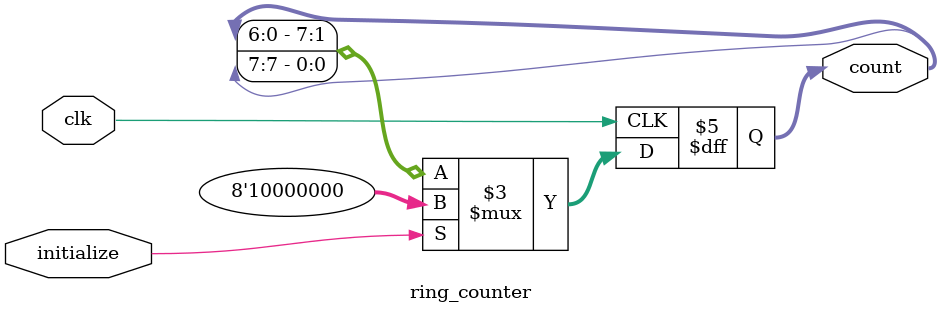
<source format=v>
`timescale 1ns / 1ps
module ring_counter(clk,initialize,count);
input clk,initialize;
output reg [7:0] count;
always@(posedge clk)
begin
    if(initialize) count = 8'b10000000;
    else 
    count<={count[6:0],count[7]};
end
endmodule

</source>
